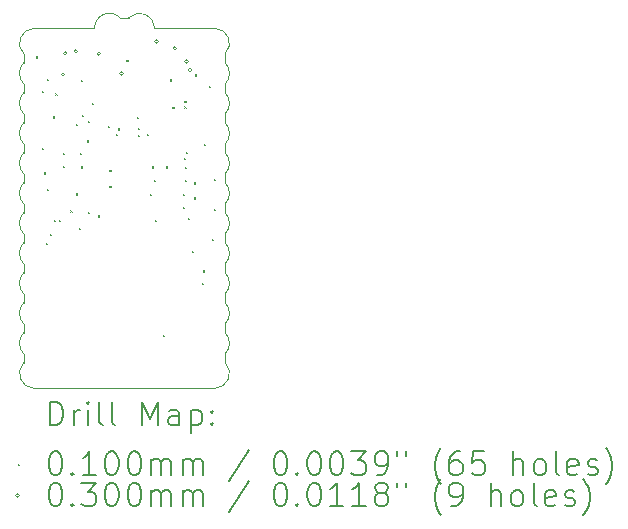
<source format=gbr>
%TF.GenerationSoftware,KiCad,Pcbnew,8.0.3+1*%
%TF.CreationDate,2024-06-27T20:46:51-04:00*%
%TF.ProjectId,XIAO_REV,5849414f-5f52-4455-962e-6b696361645f,rev?*%
%TF.SameCoordinates,Original*%
%TF.FileFunction,Drillmap*%
%TF.FilePolarity,Positive*%
%FSLAX45Y45*%
G04 Gerber Fmt 4.5, Leading zero omitted, Abs format (unit mm)*
G04 Created by KiCad (PCBNEW 8.0.3+1) date 2024-06-27 20:46:51*
%MOMM*%
%LPD*%
G01*
G04 APERTURE LIST*
%ADD10C,0.050000*%
%ADD11C,0.200000*%
%ADD12C,0.100000*%
G04 APERTURE END LIST*
D10*
X16764000Y-10250500D02*
X15240000Y-10250500D01*
X16854156Y-10032844D02*
X16854156Y-9959156D01*
X16854156Y-9778844D02*
X16854156Y-9705156D01*
X16854156Y-9524844D02*
X16854156Y-9451156D01*
X16854156Y-9270844D02*
X16854156Y-9197156D01*
X16854156Y-9016844D02*
X16854156Y-8943156D01*
X16854156Y-8762844D02*
X16854156Y-8689156D01*
X16854156Y-8508844D02*
X16854156Y-8435156D01*
X16854156Y-8254844D02*
X16854156Y-8182156D01*
X16854156Y-8001844D02*
X16854156Y-7927156D01*
X16854156Y-7746844D02*
X16854156Y-7674156D01*
X16854156Y-7493844D02*
X16854156Y-7419156D01*
X15149844Y-7746844D02*
X15149844Y-7673156D01*
X15149844Y-8000844D02*
X15149844Y-7927156D01*
X15149844Y-8254844D02*
X15149844Y-8181156D01*
X15149844Y-8508844D02*
X15149844Y-8435156D01*
X15149844Y-8762844D02*
X15149844Y-8689156D01*
X15149844Y-9016844D02*
X15149844Y-8943156D01*
X15149844Y-9270844D02*
X15149844Y-9197156D01*
X15149844Y-9524844D02*
X15149844Y-9451156D01*
X15149844Y-9778844D02*
X15149844Y-9705156D01*
X15149844Y-10032844D02*
X15149844Y-9959156D01*
X16854156Y-10032844D02*
G75*
G02*
X16764000Y-10250500I-90156J-90156D01*
G01*
X15240000Y-10250500D02*
G75*
G02*
X15149844Y-10032844I0J127500D01*
G01*
X16764000Y-7201500D02*
G75*
G02*
X16854156Y-7419156I0J-127500D01*
G01*
X15149844Y-7419156D02*
G75*
G02*
X15240000Y-7201500I90156J90156D01*
G01*
X15149844Y-7492844D02*
X15149844Y-7419156D01*
X15747000Y-7201500D02*
G75*
G02*
X15874500Y-7074000I127500J0D01*
G01*
X16039344Y-7111344D02*
G75*
G02*
X16257000Y-7201500I90156J-90156D01*
G01*
X15964656Y-7111344D02*
X16039344Y-7111344D01*
X15149844Y-9959156D02*
G75*
G02*
X15112500Y-9869000I90156J90156D01*
G01*
X15112500Y-9869000D02*
G75*
G02*
X15149844Y-9778844I127500J0D01*
G01*
X15149844Y-9705156D02*
G75*
G02*
X15112500Y-9615000I90156J90156D01*
G01*
X15112500Y-9615000D02*
G75*
G02*
X15149844Y-9524844I127500J0D01*
G01*
X15149844Y-9451156D02*
G75*
G02*
X15112500Y-9361000I90156J90156D01*
G01*
X15112500Y-9361000D02*
G75*
G02*
X15149844Y-9270844I127500J0D01*
G01*
X15149844Y-9197156D02*
G75*
G02*
X15112500Y-9107000I90156J90156D01*
G01*
X15112500Y-9107000D02*
G75*
G02*
X15149844Y-9016844I127500J0D01*
G01*
X15149844Y-8943156D02*
G75*
G02*
X15112500Y-8853000I90156J90156D01*
G01*
X15112500Y-8853000D02*
G75*
G02*
X15149844Y-8762844I127500J0D01*
G01*
X15149844Y-8689156D02*
G75*
G02*
X15112500Y-8599000I90156J90156D01*
G01*
X15112500Y-8599000D02*
G75*
G02*
X15149844Y-8508844I127500J0D01*
G01*
X15149844Y-8435156D02*
G75*
G02*
X15112500Y-8345000I90156J90156D01*
G01*
X15112500Y-8345000D02*
G75*
G02*
X15149844Y-8254844I127500J0D01*
G01*
X15149844Y-8181156D02*
G75*
G02*
X15112500Y-8091000I90156J90156D01*
G01*
X15112500Y-8091000D02*
G75*
G02*
X15149844Y-8000844I127500J0D01*
G01*
X15149844Y-7927156D02*
G75*
G02*
X15112500Y-7837000I90156J90156D01*
G01*
X15112500Y-7837000D02*
G75*
G02*
X15149844Y-7746844I127500J0D01*
G01*
X15149844Y-7673156D02*
G75*
G02*
X15112500Y-7583000I90156J90156D01*
G01*
X15112500Y-7583000D02*
G75*
G02*
X15149844Y-7492844I127500J0D01*
G01*
X15874500Y-7074000D02*
G75*
G02*
X15964656Y-7111344I0J-127501D01*
G01*
X16854156Y-7493844D02*
G75*
G02*
X16891500Y-7584000I-90157J-90156D01*
G01*
X16891500Y-7584000D02*
G75*
G02*
X16854156Y-7674156I-127501J0D01*
G01*
X16854156Y-7746844D02*
G75*
G02*
X16891500Y-7837000I-90157J-90156D01*
G01*
X16891500Y-7837000D02*
G75*
G02*
X16854156Y-7927156I-127501J0D01*
G01*
X16854156Y-8001844D02*
G75*
G02*
X16891500Y-8092000I-90157J-90156D01*
G01*
X16891500Y-8092000D02*
G75*
G02*
X16854156Y-8182156I-127501J0D01*
G01*
X16854156Y-8254844D02*
G75*
G02*
X16891500Y-8345000I-90157J-90156D01*
G01*
X16891500Y-8345000D02*
G75*
G02*
X16854156Y-8435156I-127501J0D01*
G01*
X16854156Y-8508844D02*
G75*
G02*
X16891500Y-8599000I-90157J-90156D01*
G01*
X16891500Y-8599000D02*
G75*
G02*
X16854156Y-8689156I-127501J0D01*
G01*
X16854156Y-8762844D02*
G75*
G02*
X16891500Y-8853000I-90157J-90156D01*
G01*
X16891500Y-8853000D02*
G75*
G02*
X16854156Y-8943156I-127501J0D01*
G01*
X16854156Y-9016844D02*
G75*
G02*
X16891500Y-9107000I-90157J-90156D01*
G01*
X16891500Y-9107000D02*
G75*
G02*
X16854156Y-9197156I-127501J0D01*
G01*
X16854156Y-9270844D02*
G75*
G02*
X16891500Y-9361000I-90157J-90156D01*
G01*
X16891500Y-9361000D02*
G75*
G02*
X16854156Y-9451156I-127501J0D01*
G01*
X16854156Y-9524844D02*
G75*
G02*
X16891500Y-9615000I-90157J-90156D01*
G01*
X16891500Y-9615000D02*
G75*
G02*
X16854156Y-9705156I-127501J0D01*
G01*
X16891500Y-9869000D02*
G75*
G02*
X16854156Y-9959156I-127501J0D01*
G01*
X16854156Y-9778844D02*
G75*
G02*
X16891500Y-9869000I-90156J-90156D01*
G01*
X16257000Y-7201500D02*
X16764000Y-7201500D01*
X15747000Y-7201500D02*
X15240000Y-7201500D01*
D11*
D12*
X15251416Y-7439843D02*
X15261416Y-7449843D01*
X15261416Y-7439843D02*
X15251416Y-7449843D01*
X15300867Y-7735302D02*
X15310867Y-7745302D01*
X15310867Y-7735302D02*
X15300867Y-7745302D01*
X15304406Y-8211975D02*
X15314406Y-8221975D01*
X15314406Y-8211975D02*
X15304406Y-8221975D01*
X15319013Y-8421430D02*
X15329013Y-8431430D01*
X15329013Y-8421430D02*
X15319013Y-8431430D01*
X15338000Y-9018000D02*
X15348000Y-9028000D01*
X15348000Y-9018000D02*
X15338000Y-9028000D01*
X15345462Y-7631894D02*
X15355462Y-7641894D01*
X15355462Y-7631894D02*
X15345462Y-7641894D01*
X15347320Y-8561239D02*
X15357320Y-8571239D01*
X15357320Y-8561239D02*
X15347320Y-8571239D01*
X15373784Y-8941216D02*
X15383784Y-8951216D01*
X15383784Y-8941216D02*
X15373784Y-8951216D01*
X15399259Y-7947890D02*
X15409259Y-7957890D01*
X15409259Y-7947890D02*
X15399259Y-7957890D01*
X15403000Y-8822000D02*
X15413000Y-8832000D01*
X15413000Y-8822000D02*
X15403000Y-8832000D01*
X15418000Y-7754076D02*
X15428000Y-7764076D01*
X15428000Y-7754076D02*
X15418000Y-7764076D01*
X15450000Y-8822000D02*
X15460000Y-8832000D01*
X15460000Y-8822000D02*
X15450000Y-8832000D01*
X15478000Y-8254000D02*
X15488000Y-8264000D01*
X15488000Y-8254000D02*
X15478000Y-8264000D01*
X15478500Y-8369500D02*
X15488500Y-8379500D01*
X15488500Y-8369500D02*
X15478500Y-8379500D01*
X15544302Y-8744069D02*
X15554302Y-8754069D01*
X15554302Y-8744069D02*
X15544302Y-8754069D01*
X15588000Y-8010000D02*
X15598000Y-8020000D01*
X15598000Y-8010000D02*
X15588000Y-8020000D01*
X15593931Y-8600500D02*
X15603931Y-8610500D01*
X15603931Y-8600500D02*
X15593931Y-8610500D01*
X15616000Y-8889000D02*
X15626000Y-8899000D01*
X15626000Y-8889000D02*
X15616000Y-8899000D01*
X15625000Y-8256000D02*
X15635000Y-8266000D01*
X15635000Y-8256000D02*
X15625000Y-8266000D01*
X15636000Y-7636000D02*
X15646000Y-7646000D01*
X15646000Y-7636000D02*
X15636000Y-7646000D01*
X15636000Y-8371000D02*
X15646000Y-8381000D01*
X15646000Y-8371000D02*
X15636000Y-8381000D01*
X15639000Y-7933000D02*
X15649000Y-7943000D01*
X15649000Y-7933000D02*
X15639000Y-7943000D01*
X15684262Y-8151000D02*
X15694262Y-8161000D01*
X15694262Y-8151000D02*
X15684262Y-8161000D01*
X15692431Y-8756000D02*
X15702431Y-8766000D01*
X15702431Y-8756000D02*
X15692431Y-8766000D01*
X15692953Y-7985047D02*
X15702953Y-7995047D01*
X15702953Y-7985047D02*
X15692953Y-7995047D01*
X15729000Y-7837000D02*
X15739000Y-7847000D01*
X15739000Y-7837000D02*
X15729000Y-7847000D01*
X15778616Y-8785521D02*
X15788616Y-8795521D01*
X15788616Y-8785521D02*
X15778616Y-8795521D01*
X15860005Y-8029563D02*
X15870005Y-8039563D01*
X15870005Y-8029563D02*
X15860005Y-8039563D01*
X15874000Y-8534000D02*
X15884000Y-8544000D01*
X15884000Y-8534000D02*
X15874000Y-8544000D01*
X15874000Y-8403432D02*
X15884000Y-8413432D01*
X15884000Y-8403432D02*
X15874000Y-8413432D01*
X15926721Y-8096279D02*
X15936721Y-8106279D01*
X15936721Y-8096279D02*
X15926721Y-8106279D01*
X15949793Y-8049746D02*
X15959793Y-8059746D01*
X15959793Y-8049746D02*
X15949793Y-8059746D01*
X16018000Y-7470000D02*
X16028000Y-7480000D01*
X16028000Y-7470000D02*
X16018000Y-7480000D01*
X16104389Y-7950958D02*
X16114389Y-7960958D01*
X16114389Y-7950958D02*
X16104389Y-7960958D01*
X16114349Y-8102780D02*
X16124349Y-8112780D01*
X16124349Y-8102780D02*
X16114349Y-8112780D01*
X16115000Y-8045561D02*
X16125000Y-8055561D01*
X16125000Y-8045561D02*
X16115000Y-8055561D01*
X16194982Y-8098190D02*
X16204982Y-8108190D01*
X16204982Y-8098190D02*
X16194982Y-8108190D01*
X16219068Y-8602500D02*
X16229068Y-8612500D01*
X16229068Y-8602500D02*
X16219068Y-8612500D01*
X16236000Y-8371000D02*
X16246000Y-8381000D01*
X16246000Y-8371000D02*
X16236000Y-8381000D01*
X16252750Y-8485500D02*
X16262750Y-8495500D01*
X16262750Y-8485500D02*
X16252750Y-8495500D01*
X16259068Y-8822000D02*
X16269068Y-8832000D01*
X16269068Y-8822000D02*
X16259068Y-8832000D01*
X16327376Y-9796376D02*
X16337376Y-9806376D01*
X16337376Y-9796376D02*
X16327376Y-9806376D01*
X16351000Y-8371000D02*
X16361000Y-8381000D01*
X16361000Y-8371000D02*
X16351000Y-8381000D01*
X16386399Y-7635500D02*
X16396399Y-7645500D01*
X16396399Y-7635500D02*
X16386399Y-7645500D01*
X16408000Y-7870000D02*
X16418000Y-7880000D01*
X16418000Y-7870000D02*
X16408000Y-7880000D01*
X16500000Y-8601000D02*
X16510000Y-8611000D01*
X16510000Y-8601000D02*
X16500000Y-8611000D01*
X16500000Y-8713000D02*
X16510000Y-8723000D01*
X16510000Y-8713000D02*
X16500000Y-8723000D01*
X16508584Y-8297831D02*
X16518584Y-8307831D01*
X16518584Y-8297831D02*
X16508584Y-8307831D01*
X16509000Y-7816000D02*
X16519000Y-7826000D01*
X16519000Y-7816000D02*
X16509000Y-7826000D01*
X16509000Y-7863000D02*
X16519000Y-7873000D01*
X16519000Y-7863000D02*
X16509000Y-7873000D01*
X16512000Y-8373000D02*
X16522000Y-8383000D01*
X16522000Y-8373000D02*
X16512000Y-8383000D01*
X16512000Y-8486000D02*
X16522000Y-8496000D01*
X16522000Y-8486000D02*
X16512000Y-8496000D01*
X16519000Y-8252000D02*
X16529000Y-8262000D01*
X16529000Y-8252000D02*
X16519000Y-8262000D01*
X16536500Y-8806069D02*
X16546500Y-8816069D01*
X16546500Y-8806069D02*
X16536500Y-8816069D01*
X16575000Y-9088000D02*
X16585000Y-9098000D01*
X16585000Y-9088000D02*
X16575000Y-9098000D01*
X16591000Y-8634000D02*
X16601000Y-8644000D01*
X16601000Y-8634000D02*
X16591000Y-8644000D01*
X16593000Y-8506097D02*
X16603000Y-8516097D01*
X16603000Y-8506097D02*
X16593000Y-8516097D01*
X16596048Y-7592384D02*
X16606048Y-7602384D01*
X16606048Y-7592384D02*
X16596048Y-7602384D01*
X16656000Y-9356000D02*
X16666000Y-9366000D01*
X16666000Y-9356000D02*
X16656000Y-9366000D01*
X16665000Y-9252569D02*
X16675000Y-9262569D01*
X16675000Y-9252569D02*
X16665000Y-9262569D01*
X16673386Y-8179614D02*
X16683386Y-8189614D01*
X16683386Y-8179614D02*
X16673386Y-8189614D01*
X16716932Y-7687176D02*
X16726932Y-7697176D01*
X16726932Y-7687176D02*
X16716932Y-7697176D01*
X16740436Y-8985000D02*
X16750436Y-8995000D01*
X16750436Y-8985000D02*
X16740436Y-8995000D01*
X16759000Y-8477000D02*
X16769000Y-8487000D01*
X16769000Y-8477000D02*
X16759000Y-8487000D01*
X16760083Y-8731005D02*
X16770083Y-8741005D01*
X16770083Y-8731005D02*
X16760083Y-8741005D01*
X15496395Y-7593000D02*
G75*
G02*
X15466395Y-7593000I-15000J0D01*
G01*
X15466395Y-7593000D02*
G75*
G02*
X15496395Y-7593000I15000J0D01*
G01*
X15514411Y-7413229D02*
G75*
G02*
X15484411Y-7413229I-15000J0D01*
G01*
X15484411Y-7413229D02*
G75*
G02*
X15514411Y-7413229I15000J0D01*
G01*
X15605000Y-7397000D02*
G75*
G02*
X15575000Y-7397000I-15000J0D01*
G01*
X15575000Y-7397000D02*
G75*
G02*
X15605000Y-7397000I15000J0D01*
G01*
X15797777Y-7417755D02*
G75*
G02*
X15767777Y-7417755I-15000J0D01*
G01*
X15767777Y-7417755D02*
G75*
G02*
X15797777Y-7417755I15000J0D01*
G01*
X15992000Y-7587000D02*
G75*
G02*
X15962000Y-7587000I-15000J0D01*
G01*
X15962000Y-7587000D02*
G75*
G02*
X15992000Y-7587000I15000J0D01*
G01*
X16290000Y-7314000D02*
G75*
G02*
X16260000Y-7314000I-15000J0D01*
G01*
X16260000Y-7314000D02*
G75*
G02*
X16290000Y-7314000I15000J0D01*
G01*
X16441000Y-7371000D02*
G75*
G02*
X16411000Y-7371000I-15000J0D01*
G01*
X16411000Y-7371000D02*
G75*
G02*
X16441000Y-7371000I15000J0D01*
G01*
X16542404Y-7483230D02*
G75*
G02*
X16512404Y-7483230I-15000J0D01*
G01*
X16512404Y-7483230D02*
G75*
G02*
X16542404Y-7483230I15000J0D01*
G01*
X16571078Y-7554702D02*
G75*
G02*
X16541078Y-7554702I-15000J0D01*
G01*
X16541078Y-7554702D02*
G75*
G02*
X16571078Y-7554702I15000J0D01*
G01*
D11*
X15370777Y-10564484D02*
X15370777Y-10364484D01*
X15370777Y-10364484D02*
X15418396Y-10364484D01*
X15418396Y-10364484D02*
X15446967Y-10374008D01*
X15446967Y-10374008D02*
X15466015Y-10393055D01*
X15466015Y-10393055D02*
X15475539Y-10412103D01*
X15475539Y-10412103D02*
X15485062Y-10450198D01*
X15485062Y-10450198D02*
X15485062Y-10478770D01*
X15485062Y-10478770D02*
X15475539Y-10516865D01*
X15475539Y-10516865D02*
X15466015Y-10535912D01*
X15466015Y-10535912D02*
X15446967Y-10554960D01*
X15446967Y-10554960D02*
X15418396Y-10564484D01*
X15418396Y-10564484D02*
X15370777Y-10564484D01*
X15570777Y-10564484D02*
X15570777Y-10431150D01*
X15570777Y-10469246D02*
X15580301Y-10450198D01*
X15580301Y-10450198D02*
X15589824Y-10440674D01*
X15589824Y-10440674D02*
X15608872Y-10431150D01*
X15608872Y-10431150D02*
X15627920Y-10431150D01*
X15694586Y-10564484D02*
X15694586Y-10431150D01*
X15694586Y-10364484D02*
X15685062Y-10374008D01*
X15685062Y-10374008D02*
X15694586Y-10383531D01*
X15694586Y-10383531D02*
X15704110Y-10374008D01*
X15704110Y-10374008D02*
X15694586Y-10364484D01*
X15694586Y-10364484D02*
X15694586Y-10383531D01*
X15818396Y-10564484D02*
X15799348Y-10554960D01*
X15799348Y-10554960D02*
X15789824Y-10535912D01*
X15789824Y-10535912D02*
X15789824Y-10364484D01*
X15923158Y-10564484D02*
X15904110Y-10554960D01*
X15904110Y-10554960D02*
X15894586Y-10535912D01*
X15894586Y-10535912D02*
X15894586Y-10364484D01*
X16151729Y-10564484D02*
X16151729Y-10364484D01*
X16151729Y-10364484D02*
X16218396Y-10507341D01*
X16218396Y-10507341D02*
X16285062Y-10364484D01*
X16285062Y-10364484D02*
X16285062Y-10564484D01*
X16466015Y-10564484D02*
X16466015Y-10459722D01*
X16466015Y-10459722D02*
X16456491Y-10440674D01*
X16456491Y-10440674D02*
X16437443Y-10431150D01*
X16437443Y-10431150D02*
X16399348Y-10431150D01*
X16399348Y-10431150D02*
X16380301Y-10440674D01*
X16466015Y-10554960D02*
X16446967Y-10564484D01*
X16446967Y-10564484D02*
X16399348Y-10564484D01*
X16399348Y-10564484D02*
X16380301Y-10554960D01*
X16380301Y-10554960D02*
X16370777Y-10535912D01*
X16370777Y-10535912D02*
X16370777Y-10516865D01*
X16370777Y-10516865D02*
X16380301Y-10497817D01*
X16380301Y-10497817D02*
X16399348Y-10488293D01*
X16399348Y-10488293D02*
X16446967Y-10488293D01*
X16446967Y-10488293D02*
X16466015Y-10478770D01*
X16561253Y-10431150D02*
X16561253Y-10631150D01*
X16561253Y-10440674D02*
X16580301Y-10431150D01*
X16580301Y-10431150D02*
X16618396Y-10431150D01*
X16618396Y-10431150D02*
X16637443Y-10440674D01*
X16637443Y-10440674D02*
X16646967Y-10450198D01*
X16646967Y-10450198D02*
X16656491Y-10469246D01*
X16656491Y-10469246D02*
X16656491Y-10526389D01*
X16656491Y-10526389D02*
X16646967Y-10545436D01*
X16646967Y-10545436D02*
X16637443Y-10554960D01*
X16637443Y-10554960D02*
X16618396Y-10564484D01*
X16618396Y-10564484D02*
X16580301Y-10564484D01*
X16580301Y-10564484D02*
X16561253Y-10554960D01*
X16742205Y-10545436D02*
X16751729Y-10554960D01*
X16751729Y-10554960D02*
X16742205Y-10564484D01*
X16742205Y-10564484D02*
X16732682Y-10554960D01*
X16732682Y-10554960D02*
X16742205Y-10545436D01*
X16742205Y-10545436D02*
X16742205Y-10564484D01*
X16742205Y-10440674D02*
X16751729Y-10450198D01*
X16751729Y-10450198D02*
X16742205Y-10459722D01*
X16742205Y-10459722D02*
X16732682Y-10450198D01*
X16732682Y-10450198D02*
X16742205Y-10440674D01*
X16742205Y-10440674D02*
X16742205Y-10459722D01*
D12*
X15100000Y-10888000D02*
X15110000Y-10898000D01*
X15110000Y-10888000D02*
X15100000Y-10898000D01*
D11*
X15408872Y-10784484D02*
X15427920Y-10784484D01*
X15427920Y-10784484D02*
X15446967Y-10794008D01*
X15446967Y-10794008D02*
X15456491Y-10803531D01*
X15456491Y-10803531D02*
X15466015Y-10822579D01*
X15466015Y-10822579D02*
X15475539Y-10860674D01*
X15475539Y-10860674D02*
X15475539Y-10908293D01*
X15475539Y-10908293D02*
X15466015Y-10946389D01*
X15466015Y-10946389D02*
X15456491Y-10965436D01*
X15456491Y-10965436D02*
X15446967Y-10974960D01*
X15446967Y-10974960D02*
X15427920Y-10984484D01*
X15427920Y-10984484D02*
X15408872Y-10984484D01*
X15408872Y-10984484D02*
X15389824Y-10974960D01*
X15389824Y-10974960D02*
X15380301Y-10965436D01*
X15380301Y-10965436D02*
X15370777Y-10946389D01*
X15370777Y-10946389D02*
X15361253Y-10908293D01*
X15361253Y-10908293D02*
X15361253Y-10860674D01*
X15361253Y-10860674D02*
X15370777Y-10822579D01*
X15370777Y-10822579D02*
X15380301Y-10803531D01*
X15380301Y-10803531D02*
X15389824Y-10794008D01*
X15389824Y-10794008D02*
X15408872Y-10784484D01*
X15561253Y-10965436D02*
X15570777Y-10974960D01*
X15570777Y-10974960D02*
X15561253Y-10984484D01*
X15561253Y-10984484D02*
X15551729Y-10974960D01*
X15551729Y-10974960D02*
X15561253Y-10965436D01*
X15561253Y-10965436D02*
X15561253Y-10984484D01*
X15761253Y-10984484D02*
X15646967Y-10984484D01*
X15704110Y-10984484D02*
X15704110Y-10784484D01*
X15704110Y-10784484D02*
X15685062Y-10813055D01*
X15685062Y-10813055D02*
X15666015Y-10832103D01*
X15666015Y-10832103D02*
X15646967Y-10841627D01*
X15885062Y-10784484D02*
X15904110Y-10784484D01*
X15904110Y-10784484D02*
X15923158Y-10794008D01*
X15923158Y-10794008D02*
X15932682Y-10803531D01*
X15932682Y-10803531D02*
X15942205Y-10822579D01*
X15942205Y-10822579D02*
X15951729Y-10860674D01*
X15951729Y-10860674D02*
X15951729Y-10908293D01*
X15951729Y-10908293D02*
X15942205Y-10946389D01*
X15942205Y-10946389D02*
X15932682Y-10965436D01*
X15932682Y-10965436D02*
X15923158Y-10974960D01*
X15923158Y-10974960D02*
X15904110Y-10984484D01*
X15904110Y-10984484D02*
X15885062Y-10984484D01*
X15885062Y-10984484D02*
X15866015Y-10974960D01*
X15866015Y-10974960D02*
X15856491Y-10965436D01*
X15856491Y-10965436D02*
X15846967Y-10946389D01*
X15846967Y-10946389D02*
X15837443Y-10908293D01*
X15837443Y-10908293D02*
X15837443Y-10860674D01*
X15837443Y-10860674D02*
X15846967Y-10822579D01*
X15846967Y-10822579D02*
X15856491Y-10803531D01*
X15856491Y-10803531D02*
X15866015Y-10794008D01*
X15866015Y-10794008D02*
X15885062Y-10784484D01*
X16075539Y-10784484D02*
X16094586Y-10784484D01*
X16094586Y-10784484D02*
X16113634Y-10794008D01*
X16113634Y-10794008D02*
X16123158Y-10803531D01*
X16123158Y-10803531D02*
X16132682Y-10822579D01*
X16132682Y-10822579D02*
X16142205Y-10860674D01*
X16142205Y-10860674D02*
X16142205Y-10908293D01*
X16142205Y-10908293D02*
X16132682Y-10946389D01*
X16132682Y-10946389D02*
X16123158Y-10965436D01*
X16123158Y-10965436D02*
X16113634Y-10974960D01*
X16113634Y-10974960D02*
X16094586Y-10984484D01*
X16094586Y-10984484D02*
X16075539Y-10984484D01*
X16075539Y-10984484D02*
X16056491Y-10974960D01*
X16056491Y-10974960D02*
X16046967Y-10965436D01*
X16046967Y-10965436D02*
X16037443Y-10946389D01*
X16037443Y-10946389D02*
X16027920Y-10908293D01*
X16027920Y-10908293D02*
X16027920Y-10860674D01*
X16027920Y-10860674D02*
X16037443Y-10822579D01*
X16037443Y-10822579D02*
X16046967Y-10803531D01*
X16046967Y-10803531D02*
X16056491Y-10794008D01*
X16056491Y-10794008D02*
X16075539Y-10784484D01*
X16227920Y-10984484D02*
X16227920Y-10851150D01*
X16227920Y-10870198D02*
X16237443Y-10860674D01*
X16237443Y-10860674D02*
X16256491Y-10851150D01*
X16256491Y-10851150D02*
X16285063Y-10851150D01*
X16285063Y-10851150D02*
X16304110Y-10860674D01*
X16304110Y-10860674D02*
X16313634Y-10879722D01*
X16313634Y-10879722D02*
X16313634Y-10984484D01*
X16313634Y-10879722D02*
X16323158Y-10860674D01*
X16323158Y-10860674D02*
X16342205Y-10851150D01*
X16342205Y-10851150D02*
X16370777Y-10851150D01*
X16370777Y-10851150D02*
X16389824Y-10860674D01*
X16389824Y-10860674D02*
X16399348Y-10879722D01*
X16399348Y-10879722D02*
X16399348Y-10984484D01*
X16494586Y-10984484D02*
X16494586Y-10851150D01*
X16494586Y-10870198D02*
X16504110Y-10860674D01*
X16504110Y-10860674D02*
X16523158Y-10851150D01*
X16523158Y-10851150D02*
X16551729Y-10851150D01*
X16551729Y-10851150D02*
X16570777Y-10860674D01*
X16570777Y-10860674D02*
X16580301Y-10879722D01*
X16580301Y-10879722D02*
X16580301Y-10984484D01*
X16580301Y-10879722D02*
X16589824Y-10860674D01*
X16589824Y-10860674D02*
X16608872Y-10851150D01*
X16608872Y-10851150D02*
X16637443Y-10851150D01*
X16637443Y-10851150D02*
X16656491Y-10860674D01*
X16656491Y-10860674D02*
X16666015Y-10879722D01*
X16666015Y-10879722D02*
X16666015Y-10984484D01*
X17056491Y-10774960D02*
X16885063Y-11032103D01*
X17313634Y-10784484D02*
X17332682Y-10784484D01*
X17332682Y-10784484D02*
X17351729Y-10794008D01*
X17351729Y-10794008D02*
X17361253Y-10803531D01*
X17361253Y-10803531D02*
X17370777Y-10822579D01*
X17370777Y-10822579D02*
X17380301Y-10860674D01*
X17380301Y-10860674D02*
X17380301Y-10908293D01*
X17380301Y-10908293D02*
X17370777Y-10946389D01*
X17370777Y-10946389D02*
X17361253Y-10965436D01*
X17361253Y-10965436D02*
X17351729Y-10974960D01*
X17351729Y-10974960D02*
X17332682Y-10984484D01*
X17332682Y-10984484D02*
X17313634Y-10984484D01*
X17313634Y-10984484D02*
X17294587Y-10974960D01*
X17294587Y-10974960D02*
X17285063Y-10965436D01*
X17285063Y-10965436D02*
X17275539Y-10946389D01*
X17275539Y-10946389D02*
X17266015Y-10908293D01*
X17266015Y-10908293D02*
X17266015Y-10860674D01*
X17266015Y-10860674D02*
X17275539Y-10822579D01*
X17275539Y-10822579D02*
X17285063Y-10803531D01*
X17285063Y-10803531D02*
X17294587Y-10794008D01*
X17294587Y-10794008D02*
X17313634Y-10784484D01*
X17466015Y-10965436D02*
X17475539Y-10974960D01*
X17475539Y-10974960D02*
X17466015Y-10984484D01*
X17466015Y-10984484D02*
X17456491Y-10974960D01*
X17456491Y-10974960D02*
X17466015Y-10965436D01*
X17466015Y-10965436D02*
X17466015Y-10984484D01*
X17599348Y-10784484D02*
X17618396Y-10784484D01*
X17618396Y-10784484D02*
X17637444Y-10794008D01*
X17637444Y-10794008D02*
X17646968Y-10803531D01*
X17646968Y-10803531D02*
X17656491Y-10822579D01*
X17656491Y-10822579D02*
X17666015Y-10860674D01*
X17666015Y-10860674D02*
X17666015Y-10908293D01*
X17666015Y-10908293D02*
X17656491Y-10946389D01*
X17656491Y-10946389D02*
X17646968Y-10965436D01*
X17646968Y-10965436D02*
X17637444Y-10974960D01*
X17637444Y-10974960D02*
X17618396Y-10984484D01*
X17618396Y-10984484D02*
X17599348Y-10984484D01*
X17599348Y-10984484D02*
X17580301Y-10974960D01*
X17580301Y-10974960D02*
X17570777Y-10965436D01*
X17570777Y-10965436D02*
X17561253Y-10946389D01*
X17561253Y-10946389D02*
X17551729Y-10908293D01*
X17551729Y-10908293D02*
X17551729Y-10860674D01*
X17551729Y-10860674D02*
X17561253Y-10822579D01*
X17561253Y-10822579D02*
X17570777Y-10803531D01*
X17570777Y-10803531D02*
X17580301Y-10794008D01*
X17580301Y-10794008D02*
X17599348Y-10784484D01*
X17789825Y-10784484D02*
X17808872Y-10784484D01*
X17808872Y-10784484D02*
X17827920Y-10794008D01*
X17827920Y-10794008D02*
X17837444Y-10803531D01*
X17837444Y-10803531D02*
X17846968Y-10822579D01*
X17846968Y-10822579D02*
X17856491Y-10860674D01*
X17856491Y-10860674D02*
X17856491Y-10908293D01*
X17856491Y-10908293D02*
X17846968Y-10946389D01*
X17846968Y-10946389D02*
X17837444Y-10965436D01*
X17837444Y-10965436D02*
X17827920Y-10974960D01*
X17827920Y-10974960D02*
X17808872Y-10984484D01*
X17808872Y-10984484D02*
X17789825Y-10984484D01*
X17789825Y-10984484D02*
X17770777Y-10974960D01*
X17770777Y-10974960D02*
X17761253Y-10965436D01*
X17761253Y-10965436D02*
X17751729Y-10946389D01*
X17751729Y-10946389D02*
X17742206Y-10908293D01*
X17742206Y-10908293D02*
X17742206Y-10860674D01*
X17742206Y-10860674D02*
X17751729Y-10822579D01*
X17751729Y-10822579D02*
X17761253Y-10803531D01*
X17761253Y-10803531D02*
X17770777Y-10794008D01*
X17770777Y-10794008D02*
X17789825Y-10784484D01*
X17923158Y-10784484D02*
X18046968Y-10784484D01*
X18046968Y-10784484D02*
X17980301Y-10860674D01*
X17980301Y-10860674D02*
X18008872Y-10860674D01*
X18008872Y-10860674D02*
X18027920Y-10870198D01*
X18027920Y-10870198D02*
X18037444Y-10879722D01*
X18037444Y-10879722D02*
X18046968Y-10898770D01*
X18046968Y-10898770D02*
X18046968Y-10946389D01*
X18046968Y-10946389D02*
X18037444Y-10965436D01*
X18037444Y-10965436D02*
X18027920Y-10974960D01*
X18027920Y-10974960D02*
X18008872Y-10984484D01*
X18008872Y-10984484D02*
X17951729Y-10984484D01*
X17951729Y-10984484D02*
X17932682Y-10974960D01*
X17932682Y-10974960D02*
X17923158Y-10965436D01*
X18142206Y-10984484D02*
X18180301Y-10984484D01*
X18180301Y-10984484D02*
X18199349Y-10974960D01*
X18199349Y-10974960D02*
X18208872Y-10965436D01*
X18208872Y-10965436D02*
X18227920Y-10936865D01*
X18227920Y-10936865D02*
X18237444Y-10898770D01*
X18237444Y-10898770D02*
X18237444Y-10822579D01*
X18237444Y-10822579D02*
X18227920Y-10803531D01*
X18227920Y-10803531D02*
X18218396Y-10794008D01*
X18218396Y-10794008D02*
X18199349Y-10784484D01*
X18199349Y-10784484D02*
X18161253Y-10784484D01*
X18161253Y-10784484D02*
X18142206Y-10794008D01*
X18142206Y-10794008D02*
X18132682Y-10803531D01*
X18132682Y-10803531D02*
X18123158Y-10822579D01*
X18123158Y-10822579D02*
X18123158Y-10870198D01*
X18123158Y-10870198D02*
X18132682Y-10889246D01*
X18132682Y-10889246D02*
X18142206Y-10898770D01*
X18142206Y-10898770D02*
X18161253Y-10908293D01*
X18161253Y-10908293D02*
X18199349Y-10908293D01*
X18199349Y-10908293D02*
X18218396Y-10898770D01*
X18218396Y-10898770D02*
X18227920Y-10889246D01*
X18227920Y-10889246D02*
X18237444Y-10870198D01*
X18313634Y-10784484D02*
X18313634Y-10822579D01*
X18389825Y-10784484D02*
X18389825Y-10822579D01*
X18685063Y-11060674D02*
X18675539Y-11051150D01*
X18675539Y-11051150D02*
X18656491Y-11022579D01*
X18656491Y-11022579D02*
X18646968Y-11003531D01*
X18646968Y-11003531D02*
X18637444Y-10974960D01*
X18637444Y-10974960D02*
X18627920Y-10927341D01*
X18627920Y-10927341D02*
X18627920Y-10889246D01*
X18627920Y-10889246D02*
X18637444Y-10841627D01*
X18637444Y-10841627D02*
X18646968Y-10813055D01*
X18646968Y-10813055D02*
X18656491Y-10794008D01*
X18656491Y-10794008D02*
X18675539Y-10765436D01*
X18675539Y-10765436D02*
X18685063Y-10755912D01*
X18846968Y-10784484D02*
X18808872Y-10784484D01*
X18808872Y-10784484D02*
X18789825Y-10794008D01*
X18789825Y-10794008D02*
X18780301Y-10803531D01*
X18780301Y-10803531D02*
X18761253Y-10832103D01*
X18761253Y-10832103D02*
X18751730Y-10870198D01*
X18751730Y-10870198D02*
X18751730Y-10946389D01*
X18751730Y-10946389D02*
X18761253Y-10965436D01*
X18761253Y-10965436D02*
X18770777Y-10974960D01*
X18770777Y-10974960D02*
X18789825Y-10984484D01*
X18789825Y-10984484D02*
X18827920Y-10984484D01*
X18827920Y-10984484D02*
X18846968Y-10974960D01*
X18846968Y-10974960D02*
X18856491Y-10965436D01*
X18856491Y-10965436D02*
X18866015Y-10946389D01*
X18866015Y-10946389D02*
X18866015Y-10898770D01*
X18866015Y-10898770D02*
X18856491Y-10879722D01*
X18856491Y-10879722D02*
X18846968Y-10870198D01*
X18846968Y-10870198D02*
X18827920Y-10860674D01*
X18827920Y-10860674D02*
X18789825Y-10860674D01*
X18789825Y-10860674D02*
X18770777Y-10870198D01*
X18770777Y-10870198D02*
X18761253Y-10879722D01*
X18761253Y-10879722D02*
X18751730Y-10898770D01*
X19046968Y-10784484D02*
X18951730Y-10784484D01*
X18951730Y-10784484D02*
X18942206Y-10879722D01*
X18942206Y-10879722D02*
X18951730Y-10870198D01*
X18951730Y-10870198D02*
X18970777Y-10860674D01*
X18970777Y-10860674D02*
X19018396Y-10860674D01*
X19018396Y-10860674D02*
X19037444Y-10870198D01*
X19037444Y-10870198D02*
X19046968Y-10879722D01*
X19046968Y-10879722D02*
X19056491Y-10898770D01*
X19056491Y-10898770D02*
X19056491Y-10946389D01*
X19056491Y-10946389D02*
X19046968Y-10965436D01*
X19046968Y-10965436D02*
X19037444Y-10974960D01*
X19037444Y-10974960D02*
X19018396Y-10984484D01*
X19018396Y-10984484D02*
X18970777Y-10984484D01*
X18970777Y-10984484D02*
X18951730Y-10974960D01*
X18951730Y-10974960D02*
X18942206Y-10965436D01*
X19294587Y-10984484D02*
X19294587Y-10784484D01*
X19380301Y-10984484D02*
X19380301Y-10879722D01*
X19380301Y-10879722D02*
X19370777Y-10860674D01*
X19370777Y-10860674D02*
X19351730Y-10851150D01*
X19351730Y-10851150D02*
X19323158Y-10851150D01*
X19323158Y-10851150D02*
X19304111Y-10860674D01*
X19304111Y-10860674D02*
X19294587Y-10870198D01*
X19504111Y-10984484D02*
X19485063Y-10974960D01*
X19485063Y-10974960D02*
X19475539Y-10965436D01*
X19475539Y-10965436D02*
X19466015Y-10946389D01*
X19466015Y-10946389D02*
X19466015Y-10889246D01*
X19466015Y-10889246D02*
X19475539Y-10870198D01*
X19475539Y-10870198D02*
X19485063Y-10860674D01*
X19485063Y-10860674D02*
X19504111Y-10851150D01*
X19504111Y-10851150D02*
X19532682Y-10851150D01*
X19532682Y-10851150D02*
X19551730Y-10860674D01*
X19551730Y-10860674D02*
X19561253Y-10870198D01*
X19561253Y-10870198D02*
X19570777Y-10889246D01*
X19570777Y-10889246D02*
X19570777Y-10946389D01*
X19570777Y-10946389D02*
X19561253Y-10965436D01*
X19561253Y-10965436D02*
X19551730Y-10974960D01*
X19551730Y-10974960D02*
X19532682Y-10984484D01*
X19532682Y-10984484D02*
X19504111Y-10984484D01*
X19685063Y-10984484D02*
X19666015Y-10974960D01*
X19666015Y-10974960D02*
X19656492Y-10955912D01*
X19656492Y-10955912D02*
X19656492Y-10784484D01*
X19837444Y-10974960D02*
X19818396Y-10984484D01*
X19818396Y-10984484D02*
X19780301Y-10984484D01*
X19780301Y-10984484D02*
X19761253Y-10974960D01*
X19761253Y-10974960D02*
X19751730Y-10955912D01*
X19751730Y-10955912D02*
X19751730Y-10879722D01*
X19751730Y-10879722D02*
X19761253Y-10860674D01*
X19761253Y-10860674D02*
X19780301Y-10851150D01*
X19780301Y-10851150D02*
X19818396Y-10851150D01*
X19818396Y-10851150D02*
X19837444Y-10860674D01*
X19837444Y-10860674D02*
X19846968Y-10879722D01*
X19846968Y-10879722D02*
X19846968Y-10898770D01*
X19846968Y-10898770D02*
X19751730Y-10917817D01*
X19923158Y-10974960D02*
X19942206Y-10984484D01*
X19942206Y-10984484D02*
X19980301Y-10984484D01*
X19980301Y-10984484D02*
X19999349Y-10974960D01*
X19999349Y-10974960D02*
X20008873Y-10955912D01*
X20008873Y-10955912D02*
X20008873Y-10946389D01*
X20008873Y-10946389D02*
X19999349Y-10927341D01*
X19999349Y-10927341D02*
X19980301Y-10917817D01*
X19980301Y-10917817D02*
X19951730Y-10917817D01*
X19951730Y-10917817D02*
X19932682Y-10908293D01*
X19932682Y-10908293D02*
X19923158Y-10889246D01*
X19923158Y-10889246D02*
X19923158Y-10879722D01*
X19923158Y-10879722D02*
X19932682Y-10860674D01*
X19932682Y-10860674D02*
X19951730Y-10851150D01*
X19951730Y-10851150D02*
X19980301Y-10851150D01*
X19980301Y-10851150D02*
X19999349Y-10860674D01*
X20075539Y-11060674D02*
X20085063Y-11051150D01*
X20085063Y-11051150D02*
X20104111Y-11022579D01*
X20104111Y-11022579D02*
X20113634Y-11003531D01*
X20113634Y-11003531D02*
X20123158Y-10974960D01*
X20123158Y-10974960D02*
X20132682Y-10927341D01*
X20132682Y-10927341D02*
X20132682Y-10889246D01*
X20132682Y-10889246D02*
X20123158Y-10841627D01*
X20123158Y-10841627D02*
X20113634Y-10813055D01*
X20113634Y-10813055D02*
X20104111Y-10794008D01*
X20104111Y-10794008D02*
X20085063Y-10765436D01*
X20085063Y-10765436D02*
X20075539Y-10755912D01*
D12*
X15110000Y-11157000D02*
G75*
G02*
X15080000Y-11157000I-15000J0D01*
G01*
X15080000Y-11157000D02*
G75*
G02*
X15110000Y-11157000I15000J0D01*
G01*
D11*
X15408872Y-11048484D02*
X15427920Y-11048484D01*
X15427920Y-11048484D02*
X15446967Y-11058008D01*
X15446967Y-11058008D02*
X15456491Y-11067531D01*
X15456491Y-11067531D02*
X15466015Y-11086579D01*
X15466015Y-11086579D02*
X15475539Y-11124674D01*
X15475539Y-11124674D02*
X15475539Y-11172293D01*
X15475539Y-11172293D02*
X15466015Y-11210388D01*
X15466015Y-11210388D02*
X15456491Y-11229436D01*
X15456491Y-11229436D02*
X15446967Y-11238960D01*
X15446967Y-11238960D02*
X15427920Y-11248484D01*
X15427920Y-11248484D02*
X15408872Y-11248484D01*
X15408872Y-11248484D02*
X15389824Y-11238960D01*
X15389824Y-11238960D02*
X15380301Y-11229436D01*
X15380301Y-11229436D02*
X15370777Y-11210388D01*
X15370777Y-11210388D02*
X15361253Y-11172293D01*
X15361253Y-11172293D02*
X15361253Y-11124674D01*
X15361253Y-11124674D02*
X15370777Y-11086579D01*
X15370777Y-11086579D02*
X15380301Y-11067531D01*
X15380301Y-11067531D02*
X15389824Y-11058008D01*
X15389824Y-11058008D02*
X15408872Y-11048484D01*
X15561253Y-11229436D02*
X15570777Y-11238960D01*
X15570777Y-11238960D02*
X15561253Y-11248484D01*
X15561253Y-11248484D02*
X15551729Y-11238960D01*
X15551729Y-11238960D02*
X15561253Y-11229436D01*
X15561253Y-11229436D02*
X15561253Y-11248484D01*
X15637443Y-11048484D02*
X15761253Y-11048484D01*
X15761253Y-11048484D02*
X15694586Y-11124674D01*
X15694586Y-11124674D02*
X15723158Y-11124674D01*
X15723158Y-11124674D02*
X15742205Y-11134198D01*
X15742205Y-11134198D02*
X15751729Y-11143722D01*
X15751729Y-11143722D02*
X15761253Y-11162770D01*
X15761253Y-11162770D02*
X15761253Y-11210388D01*
X15761253Y-11210388D02*
X15751729Y-11229436D01*
X15751729Y-11229436D02*
X15742205Y-11238960D01*
X15742205Y-11238960D02*
X15723158Y-11248484D01*
X15723158Y-11248484D02*
X15666015Y-11248484D01*
X15666015Y-11248484D02*
X15646967Y-11238960D01*
X15646967Y-11238960D02*
X15637443Y-11229436D01*
X15885062Y-11048484D02*
X15904110Y-11048484D01*
X15904110Y-11048484D02*
X15923158Y-11058008D01*
X15923158Y-11058008D02*
X15932682Y-11067531D01*
X15932682Y-11067531D02*
X15942205Y-11086579D01*
X15942205Y-11086579D02*
X15951729Y-11124674D01*
X15951729Y-11124674D02*
X15951729Y-11172293D01*
X15951729Y-11172293D02*
X15942205Y-11210388D01*
X15942205Y-11210388D02*
X15932682Y-11229436D01*
X15932682Y-11229436D02*
X15923158Y-11238960D01*
X15923158Y-11238960D02*
X15904110Y-11248484D01*
X15904110Y-11248484D02*
X15885062Y-11248484D01*
X15885062Y-11248484D02*
X15866015Y-11238960D01*
X15866015Y-11238960D02*
X15856491Y-11229436D01*
X15856491Y-11229436D02*
X15846967Y-11210388D01*
X15846967Y-11210388D02*
X15837443Y-11172293D01*
X15837443Y-11172293D02*
X15837443Y-11124674D01*
X15837443Y-11124674D02*
X15846967Y-11086579D01*
X15846967Y-11086579D02*
X15856491Y-11067531D01*
X15856491Y-11067531D02*
X15866015Y-11058008D01*
X15866015Y-11058008D02*
X15885062Y-11048484D01*
X16075539Y-11048484D02*
X16094586Y-11048484D01*
X16094586Y-11048484D02*
X16113634Y-11058008D01*
X16113634Y-11058008D02*
X16123158Y-11067531D01*
X16123158Y-11067531D02*
X16132682Y-11086579D01*
X16132682Y-11086579D02*
X16142205Y-11124674D01*
X16142205Y-11124674D02*
X16142205Y-11172293D01*
X16142205Y-11172293D02*
X16132682Y-11210388D01*
X16132682Y-11210388D02*
X16123158Y-11229436D01*
X16123158Y-11229436D02*
X16113634Y-11238960D01*
X16113634Y-11238960D02*
X16094586Y-11248484D01*
X16094586Y-11248484D02*
X16075539Y-11248484D01*
X16075539Y-11248484D02*
X16056491Y-11238960D01*
X16056491Y-11238960D02*
X16046967Y-11229436D01*
X16046967Y-11229436D02*
X16037443Y-11210388D01*
X16037443Y-11210388D02*
X16027920Y-11172293D01*
X16027920Y-11172293D02*
X16027920Y-11124674D01*
X16027920Y-11124674D02*
X16037443Y-11086579D01*
X16037443Y-11086579D02*
X16046967Y-11067531D01*
X16046967Y-11067531D02*
X16056491Y-11058008D01*
X16056491Y-11058008D02*
X16075539Y-11048484D01*
X16227920Y-11248484D02*
X16227920Y-11115150D01*
X16227920Y-11134198D02*
X16237443Y-11124674D01*
X16237443Y-11124674D02*
X16256491Y-11115150D01*
X16256491Y-11115150D02*
X16285063Y-11115150D01*
X16285063Y-11115150D02*
X16304110Y-11124674D01*
X16304110Y-11124674D02*
X16313634Y-11143722D01*
X16313634Y-11143722D02*
X16313634Y-11248484D01*
X16313634Y-11143722D02*
X16323158Y-11124674D01*
X16323158Y-11124674D02*
X16342205Y-11115150D01*
X16342205Y-11115150D02*
X16370777Y-11115150D01*
X16370777Y-11115150D02*
X16389824Y-11124674D01*
X16389824Y-11124674D02*
X16399348Y-11143722D01*
X16399348Y-11143722D02*
X16399348Y-11248484D01*
X16494586Y-11248484D02*
X16494586Y-11115150D01*
X16494586Y-11134198D02*
X16504110Y-11124674D01*
X16504110Y-11124674D02*
X16523158Y-11115150D01*
X16523158Y-11115150D02*
X16551729Y-11115150D01*
X16551729Y-11115150D02*
X16570777Y-11124674D01*
X16570777Y-11124674D02*
X16580301Y-11143722D01*
X16580301Y-11143722D02*
X16580301Y-11248484D01*
X16580301Y-11143722D02*
X16589824Y-11124674D01*
X16589824Y-11124674D02*
X16608872Y-11115150D01*
X16608872Y-11115150D02*
X16637443Y-11115150D01*
X16637443Y-11115150D02*
X16656491Y-11124674D01*
X16656491Y-11124674D02*
X16666015Y-11143722D01*
X16666015Y-11143722D02*
X16666015Y-11248484D01*
X17056491Y-11038960D02*
X16885063Y-11296103D01*
X17313634Y-11048484D02*
X17332682Y-11048484D01*
X17332682Y-11048484D02*
X17351729Y-11058008D01*
X17351729Y-11058008D02*
X17361253Y-11067531D01*
X17361253Y-11067531D02*
X17370777Y-11086579D01*
X17370777Y-11086579D02*
X17380301Y-11124674D01*
X17380301Y-11124674D02*
X17380301Y-11172293D01*
X17380301Y-11172293D02*
X17370777Y-11210388D01*
X17370777Y-11210388D02*
X17361253Y-11229436D01*
X17361253Y-11229436D02*
X17351729Y-11238960D01*
X17351729Y-11238960D02*
X17332682Y-11248484D01*
X17332682Y-11248484D02*
X17313634Y-11248484D01*
X17313634Y-11248484D02*
X17294587Y-11238960D01*
X17294587Y-11238960D02*
X17285063Y-11229436D01*
X17285063Y-11229436D02*
X17275539Y-11210388D01*
X17275539Y-11210388D02*
X17266015Y-11172293D01*
X17266015Y-11172293D02*
X17266015Y-11124674D01*
X17266015Y-11124674D02*
X17275539Y-11086579D01*
X17275539Y-11086579D02*
X17285063Y-11067531D01*
X17285063Y-11067531D02*
X17294587Y-11058008D01*
X17294587Y-11058008D02*
X17313634Y-11048484D01*
X17466015Y-11229436D02*
X17475539Y-11238960D01*
X17475539Y-11238960D02*
X17466015Y-11248484D01*
X17466015Y-11248484D02*
X17456491Y-11238960D01*
X17456491Y-11238960D02*
X17466015Y-11229436D01*
X17466015Y-11229436D02*
X17466015Y-11248484D01*
X17599348Y-11048484D02*
X17618396Y-11048484D01*
X17618396Y-11048484D02*
X17637444Y-11058008D01*
X17637444Y-11058008D02*
X17646968Y-11067531D01*
X17646968Y-11067531D02*
X17656491Y-11086579D01*
X17656491Y-11086579D02*
X17666015Y-11124674D01*
X17666015Y-11124674D02*
X17666015Y-11172293D01*
X17666015Y-11172293D02*
X17656491Y-11210388D01*
X17656491Y-11210388D02*
X17646968Y-11229436D01*
X17646968Y-11229436D02*
X17637444Y-11238960D01*
X17637444Y-11238960D02*
X17618396Y-11248484D01*
X17618396Y-11248484D02*
X17599348Y-11248484D01*
X17599348Y-11248484D02*
X17580301Y-11238960D01*
X17580301Y-11238960D02*
X17570777Y-11229436D01*
X17570777Y-11229436D02*
X17561253Y-11210388D01*
X17561253Y-11210388D02*
X17551729Y-11172293D01*
X17551729Y-11172293D02*
X17551729Y-11124674D01*
X17551729Y-11124674D02*
X17561253Y-11086579D01*
X17561253Y-11086579D02*
X17570777Y-11067531D01*
X17570777Y-11067531D02*
X17580301Y-11058008D01*
X17580301Y-11058008D02*
X17599348Y-11048484D01*
X17856491Y-11248484D02*
X17742206Y-11248484D01*
X17799348Y-11248484D02*
X17799348Y-11048484D01*
X17799348Y-11048484D02*
X17780301Y-11077055D01*
X17780301Y-11077055D02*
X17761253Y-11096103D01*
X17761253Y-11096103D02*
X17742206Y-11105627D01*
X18046968Y-11248484D02*
X17932682Y-11248484D01*
X17989825Y-11248484D02*
X17989825Y-11048484D01*
X17989825Y-11048484D02*
X17970777Y-11077055D01*
X17970777Y-11077055D02*
X17951729Y-11096103D01*
X17951729Y-11096103D02*
X17932682Y-11105627D01*
X18161253Y-11134198D02*
X18142206Y-11124674D01*
X18142206Y-11124674D02*
X18132682Y-11115150D01*
X18132682Y-11115150D02*
X18123158Y-11096103D01*
X18123158Y-11096103D02*
X18123158Y-11086579D01*
X18123158Y-11086579D02*
X18132682Y-11067531D01*
X18132682Y-11067531D02*
X18142206Y-11058008D01*
X18142206Y-11058008D02*
X18161253Y-11048484D01*
X18161253Y-11048484D02*
X18199349Y-11048484D01*
X18199349Y-11048484D02*
X18218396Y-11058008D01*
X18218396Y-11058008D02*
X18227920Y-11067531D01*
X18227920Y-11067531D02*
X18237444Y-11086579D01*
X18237444Y-11086579D02*
X18237444Y-11096103D01*
X18237444Y-11096103D02*
X18227920Y-11115150D01*
X18227920Y-11115150D02*
X18218396Y-11124674D01*
X18218396Y-11124674D02*
X18199349Y-11134198D01*
X18199349Y-11134198D02*
X18161253Y-11134198D01*
X18161253Y-11134198D02*
X18142206Y-11143722D01*
X18142206Y-11143722D02*
X18132682Y-11153246D01*
X18132682Y-11153246D02*
X18123158Y-11172293D01*
X18123158Y-11172293D02*
X18123158Y-11210388D01*
X18123158Y-11210388D02*
X18132682Y-11229436D01*
X18132682Y-11229436D02*
X18142206Y-11238960D01*
X18142206Y-11238960D02*
X18161253Y-11248484D01*
X18161253Y-11248484D02*
X18199349Y-11248484D01*
X18199349Y-11248484D02*
X18218396Y-11238960D01*
X18218396Y-11238960D02*
X18227920Y-11229436D01*
X18227920Y-11229436D02*
X18237444Y-11210388D01*
X18237444Y-11210388D02*
X18237444Y-11172293D01*
X18237444Y-11172293D02*
X18227920Y-11153246D01*
X18227920Y-11153246D02*
X18218396Y-11143722D01*
X18218396Y-11143722D02*
X18199349Y-11134198D01*
X18313634Y-11048484D02*
X18313634Y-11086579D01*
X18389825Y-11048484D02*
X18389825Y-11086579D01*
X18685063Y-11324674D02*
X18675539Y-11315150D01*
X18675539Y-11315150D02*
X18656491Y-11286579D01*
X18656491Y-11286579D02*
X18646968Y-11267531D01*
X18646968Y-11267531D02*
X18637444Y-11238960D01*
X18637444Y-11238960D02*
X18627920Y-11191341D01*
X18627920Y-11191341D02*
X18627920Y-11153246D01*
X18627920Y-11153246D02*
X18637444Y-11105627D01*
X18637444Y-11105627D02*
X18646968Y-11077055D01*
X18646968Y-11077055D02*
X18656491Y-11058008D01*
X18656491Y-11058008D02*
X18675539Y-11029436D01*
X18675539Y-11029436D02*
X18685063Y-11019912D01*
X18770777Y-11248484D02*
X18808872Y-11248484D01*
X18808872Y-11248484D02*
X18827920Y-11238960D01*
X18827920Y-11238960D02*
X18837444Y-11229436D01*
X18837444Y-11229436D02*
X18856491Y-11200865D01*
X18856491Y-11200865D02*
X18866015Y-11162770D01*
X18866015Y-11162770D02*
X18866015Y-11086579D01*
X18866015Y-11086579D02*
X18856491Y-11067531D01*
X18856491Y-11067531D02*
X18846968Y-11058008D01*
X18846968Y-11058008D02*
X18827920Y-11048484D01*
X18827920Y-11048484D02*
X18789825Y-11048484D01*
X18789825Y-11048484D02*
X18770777Y-11058008D01*
X18770777Y-11058008D02*
X18761253Y-11067531D01*
X18761253Y-11067531D02*
X18751730Y-11086579D01*
X18751730Y-11086579D02*
X18751730Y-11134198D01*
X18751730Y-11134198D02*
X18761253Y-11153246D01*
X18761253Y-11153246D02*
X18770777Y-11162770D01*
X18770777Y-11162770D02*
X18789825Y-11172293D01*
X18789825Y-11172293D02*
X18827920Y-11172293D01*
X18827920Y-11172293D02*
X18846968Y-11162770D01*
X18846968Y-11162770D02*
X18856491Y-11153246D01*
X18856491Y-11153246D02*
X18866015Y-11134198D01*
X19104111Y-11248484D02*
X19104111Y-11048484D01*
X19189825Y-11248484D02*
X19189825Y-11143722D01*
X19189825Y-11143722D02*
X19180301Y-11124674D01*
X19180301Y-11124674D02*
X19161253Y-11115150D01*
X19161253Y-11115150D02*
X19132682Y-11115150D01*
X19132682Y-11115150D02*
X19113634Y-11124674D01*
X19113634Y-11124674D02*
X19104111Y-11134198D01*
X19313634Y-11248484D02*
X19294587Y-11238960D01*
X19294587Y-11238960D02*
X19285063Y-11229436D01*
X19285063Y-11229436D02*
X19275539Y-11210388D01*
X19275539Y-11210388D02*
X19275539Y-11153246D01*
X19275539Y-11153246D02*
X19285063Y-11134198D01*
X19285063Y-11134198D02*
X19294587Y-11124674D01*
X19294587Y-11124674D02*
X19313634Y-11115150D01*
X19313634Y-11115150D02*
X19342206Y-11115150D01*
X19342206Y-11115150D02*
X19361253Y-11124674D01*
X19361253Y-11124674D02*
X19370777Y-11134198D01*
X19370777Y-11134198D02*
X19380301Y-11153246D01*
X19380301Y-11153246D02*
X19380301Y-11210388D01*
X19380301Y-11210388D02*
X19370777Y-11229436D01*
X19370777Y-11229436D02*
X19361253Y-11238960D01*
X19361253Y-11238960D02*
X19342206Y-11248484D01*
X19342206Y-11248484D02*
X19313634Y-11248484D01*
X19494587Y-11248484D02*
X19475539Y-11238960D01*
X19475539Y-11238960D02*
X19466015Y-11219912D01*
X19466015Y-11219912D02*
X19466015Y-11048484D01*
X19646968Y-11238960D02*
X19627920Y-11248484D01*
X19627920Y-11248484D02*
X19589825Y-11248484D01*
X19589825Y-11248484D02*
X19570777Y-11238960D01*
X19570777Y-11238960D02*
X19561253Y-11219912D01*
X19561253Y-11219912D02*
X19561253Y-11143722D01*
X19561253Y-11143722D02*
X19570777Y-11124674D01*
X19570777Y-11124674D02*
X19589825Y-11115150D01*
X19589825Y-11115150D02*
X19627920Y-11115150D01*
X19627920Y-11115150D02*
X19646968Y-11124674D01*
X19646968Y-11124674D02*
X19656492Y-11143722D01*
X19656492Y-11143722D02*
X19656492Y-11162770D01*
X19656492Y-11162770D02*
X19561253Y-11181817D01*
X19732682Y-11238960D02*
X19751730Y-11248484D01*
X19751730Y-11248484D02*
X19789825Y-11248484D01*
X19789825Y-11248484D02*
X19808873Y-11238960D01*
X19808873Y-11238960D02*
X19818396Y-11219912D01*
X19818396Y-11219912D02*
X19818396Y-11210388D01*
X19818396Y-11210388D02*
X19808873Y-11191341D01*
X19808873Y-11191341D02*
X19789825Y-11181817D01*
X19789825Y-11181817D02*
X19761253Y-11181817D01*
X19761253Y-11181817D02*
X19742206Y-11172293D01*
X19742206Y-11172293D02*
X19732682Y-11153246D01*
X19732682Y-11153246D02*
X19732682Y-11143722D01*
X19732682Y-11143722D02*
X19742206Y-11124674D01*
X19742206Y-11124674D02*
X19761253Y-11115150D01*
X19761253Y-11115150D02*
X19789825Y-11115150D01*
X19789825Y-11115150D02*
X19808873Y-11124674D01*
X19885063Y-11324674D02*
X19894587Y-11315150D01*
X19894587Y-11315150D02*
X19913634Y-11286579D01*
X19913634Y-11286579D02*
X19923158Y-11267531D01*
X19923158Y-11267531D02*
X19932682Y-11238960D01*
X19932682Y-11238960D02*
X19942206Y-11191341D01*
X19942206Y-11191341D02*
X19942206Y-11153246D01*
X19942206Y-11153246D02*
X19932682Y-11105627D01*
X19932682Y-11105627D02*
X19923158Y-11077055D01*
X19923158Y-11077055D02*
X19913634Y-11058008D01*
X19913634Y-11058008D02*
X19894587Y-11029436D01*
X19894587Y-11029436D02*
X19885063Y-11019912D01*
M02*

</source>
